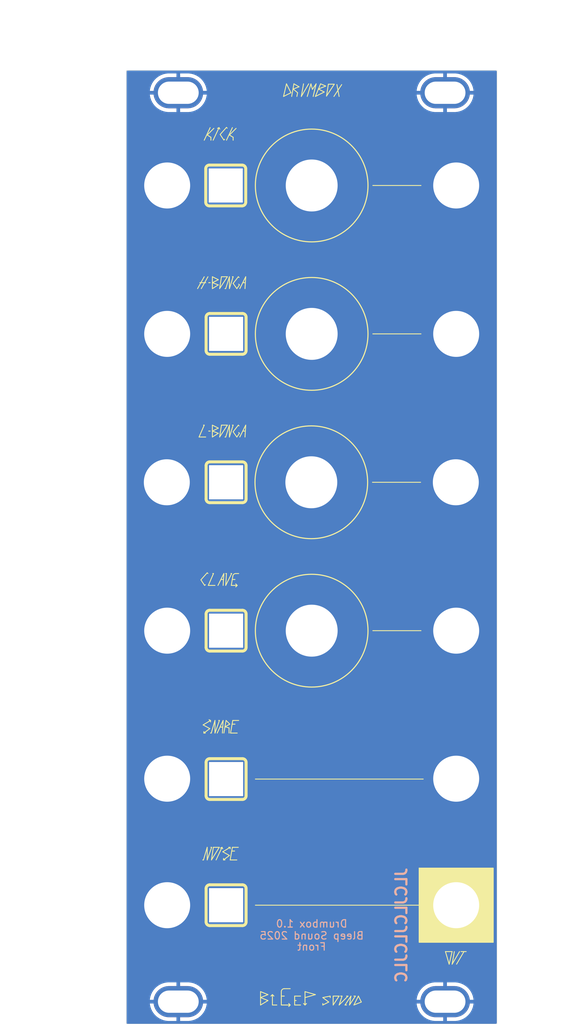
<source format=kicad_pcb>
(kicad_pcb (version 20240108) (generator "pcbnew") (generator_version "8.0")
  (layers (0 "F.Cu" signal) (31 "B.Cu" signal) (34 "B.Paste" user) (35 "F.Paste" user) (36 "B.SilkS" user "B.Silkscreen") (37 "F.SilkS" user "F.Silkscreen") (38 "B.Mask" user) (39 "F.Mask" user) (44 "Edge.Cuts" user))
  (net 0 "")
  (net 1 "GND")
  (footprint "Kicad-perso:Doepfer Mounting hole" (layer "F.Cu") (at 177.4 27.8)
    (property "Reference" "H3" (hide yes))
    (property "Value" "MountingHole_Pad")
    (pad "1" thru_hole oval (at 0 0) (size 6.7 4.2) (drill oval 5.5 3) (layers "*.Cu" "*.Mask") (net 1 "GND"))
  )
  (footprint "Kicad-perso:Doepfer Mounting hole" (layer "F.Cu") (at 213.4 27.8)
    (property "Reference" "H4" (hide yes))
    (property "Value" "MountingHole_Pad")
    (pad "1" thru_hole oval (at 0 0) (size 6.7 4.2) (drill oval 5.5 3) (layers "*.Cu" "*.Mask") (net 1 "GND"))
  )
  (footprint "Kicad-perso:Doepfer Mounting hole" (layer "F.Cu") (at 177.4 150.3)
    (property "Reference" "H5" (hide yes))
    (property "Value" "MountingHole_Pad")
    (pad "1" thru_hole oval (at 0 0) (size 6.7 4.2) (drill oval 5.5 3) (layers "*.Cu" "*.Mask") (net 1 "GND"))
  )
  (footprint "Kicad-perso:Doepfer Mounting hole" (layer "F.Cu") (at 213.4 150.3)
    (property "Reference" "H6" (hide yes))
    (property "Value" "MountingHole_Pad")
    (pad "1" thru_hole oval (at 0 0) (size 6.7 4.2) (drill oval 5.5 3) (layers "*.Cu" "*.Mask") (net 1 "GND"))
  )
  (gr_line (start 181.5 73.4) (end 181.7 73.4) (stroke (width 0.12)) (layer "F.SilkS"))
  (gr_line (start 180.2 74.2) (end 181.1 74.2) (stroke (width 0.12)) (layer "F.SilkS"))
  (gr_line (start 184.55 94.2) (end 185.25 94.2) (stroke (width 0.12)) (layer "F.SilkS"))
  (gr_arc (start 181.65 103.05) (mid 181.296447 102.903553) (end 181.15 102.55) (stroke (width 0.4)) (layer "F.SilkS"))
  (gr_line (start 183.9 32.475) (end 184 32.575) (stroke (width 0.12)) (layer "F.SilkS"))
  (gr_line (start 182 72.6) (end 182 74.2) (stroke (width 0.12)) (layer "F.SilkS"))
  (gr_line (start 181.3 33.5) (end 182.2 32.6) (stroke (width 0.12)) (layer "F.SilkS"))
  (gr_arc (start 181.65 83.05) (mid 181.296447 82.903553) (end 181.15 82.55) (stroke (width 0.4)) (layer "F.SilkS"))
  (gr_line (start 183.85 112.4) (end 183.55 114.1) (stroke (width 0.12)) (layer "F.SilkS"))
  (gr_line (start 196.6 26.6) (end 195.9 28.3) (stroke (width 0.12)) (layer "F.SilkS"))
  (gr_line (start 181.65 97.55) (end 186.05 97.55) (stroke (width 0.4)) (layer "F.SilkS"))
  (gr_line (start 185.5 52.6) (end 185.6 52.7) (stroke (width 0.12)) (layer "F.SilkS"))
  (gr_line (start 182.925 129.5) (end 181.875 131.2) (stroke (width 0.12)) (layer "F.SilkS"))
  (gr_arc (start 181.15 78.05) (mid 181.296447 77.696447) (end 181.65 77.55) (stroke (width 0.4)) (layer "F.SilkS"))
  (gr_line (start 197.4 28.25) (end 197.65 26.65) (stroke (width 0.12)) (layer "F.SilkS"))
  (gr_arc (start 181.65 63.05) (mid 181.296447 62.903553) (end 181.15 62.55) (stroke (width 0.4)) (layer "F.SilkS"))
  (gr_line (start 181.3 129.5) (end 181.3 131.2) (stroke (width 0.12)) (layer "F.SilkS"))
  (gr_line (start 192.9 27.3) (end 193.5 27.8) (stroke (width 0.12)) (layer "F.SilkS"))
  (gr_arc (start 186.55 62.55) (mid 186.403553 62.903553) (end 186.05 63.05) (stroke (width 0.4)) (layer "F.SilkS"))
  (gr_line (start 188.500001 148.95) (end 188.500001 150.75) (stroke (width 0.12)) (layer "F.SilkS"))
  (gr_line (start 186.55 78.05) (end 186.55 82.55) (stroke (width 0.4)) (layer "F.SilkS"))
  (gr_line (start 184.8 72.6) (end 184.3 74.2) (stroke (width 0.12)) (layer "F.SilkS"))
  (gr_line (start 194.3 26.6) (end 194 28.3) (stroke (width 0.12)) (layer "F.SilkS"))
  (gr_line (start 194.500001 148.95) (end 194.500001 150.75) (stroke (width 0.12)) (layer "F.SilkS"))
  (gr_line (start 184.6 130) (end 185 130) (stroke (width 0.12)) (layer "F.SilkS"))
  (gr_line (start 186.55 135.05) (end 186.55 139.55) (stroke (width 0.4)) (layer "F.SilkS"))
  (gr_line (start 181.45 94.2) (end 182.35 94.2) (stroke (width 0.12)) (layer "F.SilkS"))
  (gr_line (start 184.8 52.6) (end 184.7 52.6) (stroke (width 0.12)) (layer "F.SilkS"))
  (gr_line (start 181.9 129.5) (end 181.3 131.2) (stroke (width 0.12)) (layer "F.SilkS"))
  (gr_line (start 183.225 52.6) (end 184.025 52.6) (stroke (width 0.12)) (layer "F.SilkS"))
  (gr_line (start 182.8 73) (end 182 72.6) (stroke (width 0.12)) (layer "F.SilkS"))
  (gr_arc (start 186.55 139.55) (mid 186.403553 139.903553) (end 186.05 140.05) (stroke (width 0.4)) (layer "F.SilkS"))
  (gr_line (start 180.85 114.1) (end 181.05 114.1) (stroke (width 0.12)) (layer "F.SilkS"))
  (gr_line (start 182.9 32.5) (end 183 32.7) (stroke (width 0.12)) (layer "F.SilkS"))
  (gr_line (start 180.8 131.2) (end 180.7 131.2) (stroke (width 0.12)) (layer "F.SilkS"))
  (gr_line (start 183.45 112.4) (end 182.65 114.1) (stroke (width 0.12)) (layer "F.SilkS"))
  (gr_line (start 184.4 131.2) (end 184.7 129.5) (stroke (width 0.12)) (layer "F.SilkS"))
  (gr_line (start 201.700001 149.55) (end 202.100001 150.35) (stroke (width 0.12)) (layer "F.SilkS"))
  (gr_line (start 193.7 27) (end 192.9 27.3) (stroke (width 0.12)) (layer "F.SilkS"))
  (gr_arc (start 186.5 42.55) (mid 186.353553 42.903553) (end 186 43.05) (stroke (width 0.4)) (layer "F.SilkS"))
  (gr_arc (start 186.55 122.55) (mid 186.403553 122.903553) (end 186.05 123.05) (stroke (width 0.4)) (layer "F.SilkS"))
  (gr_line (start 182 54.2) (end 182.8 53.7) (stroke (width 0.12)) (layer "F.SilkS"))
  (gr_arc (start 186.55 102.55) (mid 186.403553 102.903553) (end 186.05 103.05) (stroke (width 0.4)) (layer "F.SilkS"))
  (gr_circle (center 195.4 40.3) (end 203 40.3) (stroke (width 0.15)) (fill none) (layer "F.SilkS"))
  (gr_line (start 196.3 27.3) (end 197.3 26.9) (stroke (width 0.12)) (layer "F.SilkS"))
  (gr_line (start 181.65 57.55) (end 186.05 57.55) (stroke (width 0.4)) (layer "F.SilkS"))
  (gr_line (start 184.8 52.6) (end 184.3 54.2) (stroke (width 0.12)) (layer "F.SilkS"))
  (gr_line (start 199.500001 149.55) (end 199.100001 150.75) (stroke (width 0.12)) (layer "F.SilkS"))
  (gr_arc (start 181.15 98.05) (mid 181.296447 97.696447) (end 181.65 97.55) (stroke (width 0.4)) (layer "F.SilkS"))
  (gr_line (start 198.8 26.7) (end 199.1 28.3) (stroke (width 0.12)) (layer "F.SilkS"))
  (gr_line (start 196 26.6) (end 195.6 28.3) (stroke (width 0.12)) (layer "F.SilkS"))
  (gr_line (start 183.7 113.25) (end 184.25 113.4) (stroke (width 0.12)) (layer "F.SilkS"))
  (gr_line (start 184.75 93.4) (end 185.05 93.4) (stroke (width 0.12)) (layer "F.SilkS"))
  (gr_line (start 194.300001 150.55) (end 194.500001 150.75) (stroke (width 0.12)) (layer "F.SilkS"))
  (gr_arc (start 181.6 43.05) (mid 181.246447 42.903553) (end 181.1 42.55) (stroke (width 0.4)) (layer "F.SilkS"))
  (gr_line (start 201.300001 149.55) (end 201.100001 149.55) (stroke (width 0.12)) (layer "F.SilkS"))
  (gr_arc (start 186.05 57.55) (mid 186.403553 57.696447) (end 186.55 58.05) (stroke (width 0.4)) (layer "F.SilkS"))
  (gr_line (start 199.500001 149.55) (end 199.300001 149.55) (stroke (width 0.12)) (layer "F.SilkS"))
  (gr_line (start 180.3 53.4) (end 181.1 53.4) (stroke (width 0.12)) (layer "F.SilkS"))
  (gr_line (start 213.95 145.25) (end 213.45 143.55) (stroke (width 0.12)) (layer "F.SilkS"))
  (gr_arc (start 186.05 97.55) (mid 186.403553 97.696447) (end 186.55 98.05) (stroke (width 0.4)) (layer "F.SilkS"))
  (gr_line (start 183.9 34.2) (end 184.7 32.5) (stroke (width 0.12)) (layer "F.SilkS"))
  (gr_line (start 181.8 33.8) (end 181.8 34.2) (stroke (width 0.12)) (layer "F.SilkS"))
  (gr_line (start 185.55 53.6) (end 185.65 53.7) (stroke (width 0.12)) (layer "F.SilkS"))
  (gr_line (start 196.900001 149.75) (end 197.700001 150.35) (stroke (width 0.12)) (layer "F.SilkS"))
  (gr_line (start 184.6 92.6) (end 184.5 92.6) (stroke (width 0.12)) (layer "F.SilkS"))
  (gr_line (start 181.3 92.5) (end 181.4 92.6) (stroke (width 0.12)) (layer "F.SilkS"))
  (gr_arc (start 191.300001 148.95) (mid 191.417158 148.667158) (end 191.700001 148.55) (stroke (width 0.12)) (layer "F.SilkS"))
  (gr_line (start 186.4 53.4) (end 186.1 53.4) (stroke (width 0.12)) (layer "F.SilkS"))
  (gr_line (start 197.900001 149.55) (end 196.900001 149.75) (stroke (width 0.12)) (layer "F.SilkS"))
  (gr_line (start 183.9 92.6) (end 183.8 94.2) (stroke (width 0.12)) (layer "F.SilkS"))
  (gr_line (start 185.5 72.6) (end 185.6 72.7) (stroke (width 0.12)) (layer "F.SilkS"))
  (gr_line (start 183.9 92.6) (end 183.8 92.6) (stroke (width 0.12)) (layer "F.SilkS"))
  (gr_line (start 186.5 72.6) (end 185.7 74.2) (stroke (width 0.12)) (layer "F.SilkS"))
  (gr_line (start 214.65 143.55) (end 214.35 145.25) (stroke (width 0.12)) (layer "F.SilkS"))
  (gr_line (start 186.55 118.05) (end 186.55 122.55) (stroke (width 0.4)) (layer "F.SilkS"))
  (gr_line (start 184.4 129.5) (end 183.4 130.1) (stroke (width 0.12)) (layer "F.SilkS"))
  (gr_line (start 214.35 145.25) (end 215.35 143.55) (stroke (width 0.12)) (layer "F.SilkS"))
  (gr_line (start 181.65 113.5) (end 180.85 114.1) (stroke (width 0.12)) (layer "F.SilkS"))
  (gr_line (start 184.75 112.4) (end 185.55 112.4) (stroke (width 0.12)) (layer "F.SilkS"))
  (gr_line (start 185.5 72.6) (end 184.8 73.5) (stroke (width 0.12)) (layer "F.SilkS"))
  (gr_line (start 182.1 34.2) (end 182.9 32.5) (stroke (width 0.12)) (layer "F.SilkS"))
  (gr_line (start 185.35 94.2) (end 185.15 94.4) (stroke (width 0.12)) (layer "F.SilkS"))
  (gr_line (start 186.5 72.6) (end 186.4 74.2) (stroke (width 0.12)) (layer "F.SilkS"))
  (gr_line (start 184.8 72.6) (end 184.7 72.6) (stroke (width 0.12)) (layer "F.SilkS"))
  (gr_line (start 184.25 113.4) (end 184.25 114.1) (stroke (width 0.12)) (layer "F.SilkS"))
  (gr_line (start 181.75 112.4) (end 181.75 112.6) (stroke (width 0.12)) (layer "F.SilkS"))
  (gr_line (start 182.35 112.4) (end 182.35 114.1) (stroke (width 0.12)) (layer "F.SilkS"))
  (gr_line (start 182.8 53.7) (end 182 53.4) (stroke (width 0.12)) (layer "F.SilkS"))
  (gr_line (start 184.3 130.6) (end 183.5 131.2) (stroke (width 0.12)) (layer "F.SilkS"))
  (gr_line (start 182 73.4) (end 182.8 73) (stroke (width 0.12)) (layer "F.SilkS"))
  (gr_line (start 192.500001 150.75) (end 192.300001 150.55) (stroke (width 0.12)) (layer "F.SilkS"))
  (gr_line (start 183.3 129.5) (end 183.1 129.6) (stroke (width 0.12)) (layer "F.SilkS"))
  (gr_line (start 184.35 112.9) (end 183.7 113.25) (stroke (width 0.12)) (layer "F.SilkS"))
  (gr_line (start 182.35 112.4) (end 181.85 114.1) (stroke (width 0.12)) (layer "F.SilkS"))
  (gr_line (start 190.100001 150.75) (end 190.700001 150.75) (stroke (width 0.12)) (layer "F.SilkS"))
  (gr_line (start 184.65 112.9) (end 185.05 112.9) (stroke (width 0.12)) (layer "F.SilkS"))
  (gr_line (start 199.900001 150.75) (end 200.100001 150.75) (stroke (width 0.12)) (layer "F.SilkS"))
  (gr_line (start 181.75 112.4) (end 180.75 113) (stroke (width 0.12)) (layer "F.SilkS"))
  (gr_line (start 189.500001 150.15) (end 188.500001 149.75) (stroke (width 0.12)) (layer "F.SilkS"))
  (gr_line (start 184.4 131.2) (end 185.3 131.2) (stroke (width 0.12)) (layer "F.SilkS"))
  (gr_line (start 199.45 26.7) (end 198.4 28.3) (stroke (width 0.12)) (layer "F.SilkS"))
  (gr_line (start 182.95 112.4) (end 182.35 114.1) (stroke (width 0.12)) (layer "F.SilkS"))
  (gr_line (start 183.4 130.1) (end 184.3 130.6) (stroke (width 0.12)) (layer "F.SilkS"))
  (gr_line (start 191.300001 149.55) (end 191.700001 149.55) (stroke (width 0.12)) (layer "F.SilkS"))
  (gr_line (start 183.45 112.4) (end 183.35 114.1) (stroke (width 0.12)) (layer "F.SilkS"))
  (gr_line (start 181.15 58.05) (end 181.15 62.55) (stroke (width 0.4)) (layer "F.SilkS"))
  (gr_arc (start 186.05 134.55) (mid 186.403553 134.696447) (end 186.55 135.05) (stroke (width 0.4)) (layer "F.SilkS"))
  (gr_line (start 181.15 98.05) (end 181.15 102.55) (stroke (width 0.4)) (layer "F.SilkS"))
  (gr_line (start 192.6 27.8) (end 192 26.6) (stroke (width 0.12)) (layer "F.SilkS"))
  (gr_line (start 186.4 73.4) (end 186.1 73.4) (stroke (width 0.12)) (layer "F.SilkS"))
  (gr_line (start 190.100001 149.35) (end 189.900001 149.55) (stroke (width 0.12)) (layer "F.SilkS"))
  (gr_line (start 199.100001 149.55) (end 198.300001 149.55) (stroke (width 0.12)) (layer "F.SilkS"))
  (gr_line (start 184.45 114.1) (end 185.35 114.1) (stroke (width 0.12)) (layer "F.SilkS"))
  (gr_line (start 181.875 131.2) (end 182.125 129.5) (stroke (width 0.12)) (layer "F.SilkS"))
  (gr_line (start 184.7 129.5) (end 185.5 129.5) (stroke (width 0.12)) (layer "F.SilkS"))
  (gr_line (start 182.15 92.6) (end 181.45 94.2) (stroke (width 0.12)) (layer "F.SilkS"))
  (gr_line (start 191.300001 150.75) (end 192.500001 150.75) (stroke (width 0.12)) (layer "F.SilkS"))
  (gr_line (start 198.300001 149.55) (end 198.300001 150.75) (stroke (width 0.12)) (layer "F.SilkS"))
  (gr_arc (start 181.65 123.05) (mid 181.296447 122.903553) (end 181.15 122.55) (stroke (width 0.4)) (layer "F.SilkS"))
  (gr_line (start 193.100001 150.75) (end 193.900001 150.75) (stroke (width 0.12)) (layer "F.SilkS"))
  (gr_line (start 181.85 114.1) (end 181.75 114.1) (stroke (width 0.12)) (layer "F.SilkS"))
  (gr_line (start 192.500001 150.75) (end 192.300001 150.95) (stroke (width 0.12)) (layer "F.SilkS"))
  (gr_line (start 195.900001 149.35) (end 194.500001 149.75) (stroke (width 0.12)) (layer "F.SilkS"))
  (gr_line (start 181.65 117.55) (end 186.05 117.55) (stroke (width 0.4)) (layer "F.SilkS"))
  (gr_line (start 185.5 52.6) (end 184.8 53.5) (stroke (width 0.12)) (layer "F.SilkS"))
  (gr_line (start 184.8 53.5) (end 185.3 54.2) (stroke (width 0.12)) (layer "F.SilkS"))
  (gr_line (start 210.2 137.3) (end 187.8 137.3) (stroke (width 0.12)) (layer "F.SilkS"))
  (gr_line (start 182 52.6) (end 182 54.2) (stroke (width 0.12)) (layer "F.SilkS"))
  (gr_line (start 184.025 72.6) (end 182.975 74.2) (stroke (width 0.12)) (layer "F.SilkS"))
  (gr_line (start 199.100001 150.75) (end 200.300001 149.55) (stroke (width 0.12)) (layer "F.SilkS"))
  (gr_line (start 180.9 52.6) (end 180 54.2) (stroke (width 0.12)) (layer "F.SilkS"))
  (gr_line (start 183.45 93.4) (end 183.15 93.4) (stroke (width 0.12)) (layer "F.SilkS"))
  (gr_line (start 213.45 143.55) (end 214.35 143.55) (stroke (width 0.12)) (layer "F.SilkS"))
  (gr_line (start 181.15 135.05) (end 181.15 139.55) (stroke (width 0.4)) (layer "F.SilkS"))
  (gr_line (start 182.125 129.5) (end 182.925 129.5) (stroke (width 0.12)) (layer "F.SilkS"))
  (gr_line (start 196.900001 150.75) (end 196.900001 150.55) (stroke (width 0.12)) (layer "F.SilkS"))
  (gr_line (start 200.700001 149.55) (end 199.900001 150.75) (stroke (width 0.12)) (layer "F.SilkS"))
  (gr_line (start 181.15 78.05) (end 181.15 82.55) (stroke (width 0.4)) (layer "F.SilkS"))
  (gr_line (start 198.300001 150.75) (end 199.100001 149.55) (stroke (width 0.12)) (layer "F.SilkS"))
  (gr_line (start 194 28.3) (end 195 26.6) (stroke (width 0.12)) (layer "F.SilkS"))
  (gr_line (start 193.100001 149.55) (end 193.100001 150.75) (stroke (width 0.12)) (layer "F.SilkS"))
  (gr_line (start 195.5 27.35) (end 195.3 26.6) (stroke (width 0.12)) (layer "F.SilkS"))
  (gr_line (start 189.500001 149.35) (end 188.500001 148.95) (stroke (width 0.12)) (layer "F.SilkS"))
  (gr_line (start 182.9 32.5) (end 182.7 32.6) (stroke (width 0.12)) (layer "F.SilkS"))
  (gr_line (start 180.45 93.45) (end 180.95 94.2) (stroke (width 0.12)) (layer "F.SilkS"))
  (gr_arc (start 181.15 58.05) (mid 181.296447 57.696447) (end 181.65 57.55) (stroke (width 0.4)) (layer "F.SilkS"))
  (gr_line (start 183.55 34.175) (end 183.65 34.075) (stroke (width 0.12)) (layer "F.SilkS"))
  (gr_line (start 181.3 92.5) (end 180.45 93.45) (stroke (width 0.12)) (layer "F.SilkS"))
  (gr_line (start 186.5 38.05) (end 186.5 42.55) (stroke (width 0.4)) (layer "F.SilkS"))
  (gr_line (start 183.225 72.6) (end 184.025 72.6) (stroke (width 0.12)) (layer "F.SilkS"))
  (gr_line (start 183.5 131.2) (end 183.7 131.2) (stroke (width 0.12)) (layer "F.SilkS"))
  (gr_line (start 186.05 83.05) (end 181.65 83.05) (stroke (width 0.4)) (layer "F.SilkS"))
  (gr_line (start 191.700001 148.55) (end 192.500001 148.55) (stroke (width 0.12)) (layer "F.SilkS"))
  (gr_line (start 193.100001 149.55) (end 193.900001 149.55) (stroke (width 0.12)) (layer "F.SilkS"))
  (gr_line (start 183.8 54.2) (end 183.7 54.2) (stroke (width 0.12)) (layer "F.SilkS"))
  (gr_line (start 184.8 73.5) (end 185.3 74.2) (stroke (width 0.12)) (layer "F.SilkS"))
  (gr_line (start 184.4 129.5) (end 184.2 129.5) (stroke (width 0.12)) (layer "F.SilkS"))
  (gr_line (start 181.75 112.4) (end 181.55 112.3) (stroke (width 0.12)) (layer "F.SilkS"))
  (gr_line (start 184.4 129.5) (end 184.4 129.7) (stroke (width 0.12)) (layer "F.SilkS"))
  (gr_line (start 200.700001 149.55) (end 200.500001 150.75) (stroke (width 0.12)) (layer "F.SilkS"))
  (gr_line (start 197.65 26.65) (end 198.45 26.65) (stroke (width 0.12)) (layer "F.SilkS"))
  (gr_line (start 184.3 52.6) (end 184.3 54.2) (stroke (width 0.12)) (layer "F.SilkS"))
  (gr_arc (start 181.1 38.05) (mid 181.246447 37.696447) (end 181.6 37.55) (stroke (width 0.4)) (layer "F.SilkS"))
  (gr_arc (start 186.05 77.55) (mid 186.403553 77.696447) (end 186.55 78.05) (stroke (width 0.4)) (layer "F.SilkS"))
  (gr_line (start 194.500001 148.95) (end 195.900001 149.35) (stroke (width 0.12)) (layer "F.SilkS"))
  (gr_line (start 184.3 72.6) (end 183.8 74.2) (stroke (width 0.12)) (layer "F.SilkS"))
  (gr_line (start 185.55 73.6) (end 185.65 73.7) (stroke (width 0.12)) (layer "F.SilkS"))
  (gr_line (start 185.15 92.6) (end 185.55 92.6) (stroke (width 0.12)) (layer "F.SilkS"))
  (gr_line (start 182.5 131.2) (end 183.3 129.5) (stroke (width 0.12)) (layer "F.SilkS"))
  (gr_arc (start 186.05 117.55) (mid 186.403553 117.696447) (end 186.55 118.05) (stroke (width 0.4)) (layer "F.SilkS"))
  (gr_line (start 198.45 26.65) (end 197.4 28.25) (stroke (width 0.12)) (layer "F.SilkS"))
  (gr_line (start 185.3 54.2) (end 185.65 53.7) (stroke (width 0.12)) (layer "F.SilkS"))
  (gr_line (start 182.8 53) (end 182 52.6) (stroke (width 0.12)) (layer "F.SilkS"))
  (gr_circle (center 195.4 100.3) (end 203 100.3) (stroke (width 0.15)) (fill none) (layer "F.SilkS"))
  (gr_line (start 185.3 74.2) (end 185.65 73.7) (stroke (width 0.12)) (layer "F.SilkS"))
  (gr_line (start 184.8 33.8) (end 184.8 34.2) (stroke (width 0.12)) (layer "F.SilkS"))
  (gr_line (start 194.500001 150.75) (end 194.500001 150.55) (stroke (width 0.12)) (layer "F.SilkS"))
  (gr_line (start 184.3 33.5) (end 185.2 32.6) (stroke (width 0.12)) (layer "F.SilkS"))
  (gr_circle (center 195.399999 60.3) (end 202.999999 60.3) (stroke (width 0.15)) (fill none) (layer "F.SilkS"))
  (gr_line (start 184.45 114.1) (end 184.75 112.4) (stroke (width 0.12)) (layer "F.SilkS"))
  (gr_line (start 193 26.6) (end 193.7 27) (stroke (width 0.12)) (layer "F.SilkS"))
  (gr_line (start 200.300001 149.55) (end 200.100001 149.55) (stroke (width 0.12)) (layer "F.SilkS"))
  (gr_line (start 186.05 63.05) (end 181.65 63.05) (stroke (width 0.4)) (layer "F.SilkS"))
  (gr_line (start 183.85 112.4) (end 184.35 112.9) (stroke (width 0.12)) (layer "F.SilkS"))
  (gr_line (start 183.5 131.2) (end 183.5 131) (stroke (width 0.12)) (layer "F.SilkS"))
  (gr_line (start 193 26.6) (end 192.7 28.3) (stroke (width 0.12)) (layer "F.SilkS"))
  (gr_line (start 210.15 100.3) (end 203.65 100.3) (stroke (width 0.12)) (layer "F.SilkS"))
  (gr_line (start 193.5 27.8) (end 193.4 28.3) (stroke (width 0.12)) (layer "F.SilkS"))
  (gr_line (start 196 26.6) (end 195.5 27.35) (stroke (width 0.12)) (layer "F.SilkS"))
  (gr_line (start 186 43.05) (end 181.6 43.05) (stroke (width 0.4)) (layer "F.SilkS"))
  (gr_line (start 182.975 54.2) (end 183.225 52.6) (stroke (width 0.12)) (layer "F.SilkS"))
  (gr_line (start 191.6 28.3) (end 192.6 27.8) (stroke (width 0.12)) (layer "F.SilkS"))
  (gr_line (start 182 74.2) (end 182.8 73.7) (stroke (width 0.12)) (layer "F.SilkS"))
  (gr_rect (start 209.9 132.3) (end 219.9 142.3) (stroke (width 0.12)) (fill solid) (layer "F.SilkS"))
  (gr_line (start 181.1 38.05) (end 181.1 42.55) (stroke (width 0.4)) (layer "F.SilkS"))
  (gr_line (start 182.8 73.7) (end 182 73.4) (stroke (width 0.12)) (layer "F.SilkS"))
  (gr_arc (start 181.15 118.05) (mid 181.296447 117.696447) (end 181.65 117.55) (stroke (width 0.4)) (layer "F.SilkS"))
  (gr_arc (start 181.15 135.05) (mid 181.296447 134.696447) (end 181.65 134.55) (stroke (width 0.4)) (layer "F.SilkS"))
  (gr_line (start 180.9 72.6) (end 180.2 74.2) (stroke (width 0.12)) (layer "F.SilkS"))
  (gr_line (start 183.8 74.2) (end 183.7 74.2) (stroke (width 0.12)) (layer "F.SilkS"))
  (gr_line (start 186.05 123.05) (end 181.65 123.05) (stroke (width 0.4)) (layer "F.SilkS"))
  (gr_line (start 184.3 72.6) (end 184.3 74.2) (stroke (width 0.12)) (layer "F.SilkS"))
  (gr_arc (start 181.65 140.05) (mid 181.296447 139.903553) (end 181.15 139.55) (stroke (width 0.4)) (layer "F.SilkS"))
  (gr_line (start 210.15 40.3) (end 203.65 40.3) (stroke (width 0.12)) (layer "F.SilkS"))
  (gr_arc (start 186.55 82.55) (mid 186.403553 82.903553) (end 186.05 83.05) (stroke (width 0.4)) (layer "F.SilkS"))
  (gr_line (start 183.05 33.425) (end 183.55 34.175) (stroke (width 0.12)) (layer "F.SilkS"))
  (gr_arc (start 186 37.55) (mid 186.353553 37.696447) (end 186.5 38.05) (stroke (width 0.4)) (layer "F.SilkS"))
  (gr_line (start 180.75 113) (end 181.65 113.5) (stroke (width 0.12)) (layer "F.SilkS"))
  (gr_arc (start 184.75 93) (mid 184.867157 92.717157) (end 185.15 92.6) (stroke (width 0.12)) (layer "F.SilkS"))
  (gr_line (start 184.025 52.6) (end 182.975 54.2) (stroke (width 0.12)) (layer "F.SilkS"))
  (gr_line (start 184.3 52.6) (end 183.8 54.2) (stroke (width 0.12)) (layer "F.SilkS"))
  (gr_line (start 183.3 129.5) (end 183.4 129.7) (stroke (width 0.12)) (layer "F.SilkS"))
  (gr_line (start 210.45 120.3) (end 187.8 120.3) (stroke (width 0.12)) (layer "F.SilkS"))
  (gr_line (start 194.500001 150.75) (end 194.700001 150.55) (stroke (width 0.12)) (layer "F.SilkS"))
  (gr_line (start 186.55 98.05) (end 186.55 102.55) (stroke (width 0.4)) (layer "F.SilkS"))
  (gr_line (start 184.6 92.6) (end 183.8 94.2) (stroke (width 0.12)) (layer "F.SilkS"))
  (gr_line (start 183.35 113.3) (end 183.05 113.3) (stroke (width 0.12)) (layer "F.SilkS"))
  (gr_line (start 190.100001 149.35) (end 190.300001 149.55) (stroke (width 0.12)) (layer "F.SilkS"))
  (gr_circle (center 195.349999 80.3) (end 202.949999 80.3) (stroke (width 0.15)) (fill none) (layer "F.SilkS"))
  (gr_line (start 186.05 103.05) (end 181.65 103.05) (stroke (width 0.4)) (layer "F.SilkS"))
  (gr_line (start 180.9 34.2) (end 181.7 32.5) (stroke (width 0.12)) (layer "F.SilkS"))
  (gr_line (start 181.9 129.5) (end 181.8 129.5) (stroke (width 0.12)) (layer "F.SilkS"))
  (gr_line (start 182.95 112.4) (end 182.85 112.4) (stroke (width 0.12)) (layer "F.SilkS"))
  (gr_line (start 180.85 114.1) (end 180.85 113.9) (stroke (width 0.12)) (layer "F.SilkS"))
  (gr_line (start 181.6 37.55) (end 186 37.55) (stroke (width 0.4)) (layer "F.SilkS"))
  (gr_line (start 185.35 94.2) (end 185.15 94) (stroke (width 0.12)) (layer "F.SilkS"))
  (gr_line (start 188.500001 150.75) (end 189.500001 150.15) (stroke (width 0.12)) (layer "F.SilkS"))
  (gr_line (start 181.15 118.05) (end 181.15 122.55) (stroke (width 0.4)) (layer "F.SilkS"))
  (gr_line (start 186.5 52.6) (end 186.4 54.2) (stroke (width 0.12)) (layer "F.SilkS"))
  (gr_line (start 184.3 33.5) (end 184.8 33.8) (stroke (width 0.12)) (layer "F.SilkS"))
  (gr_line (start 215.95 143.55) (end 214.95 145.25) (stroke (width 0.12)) (layer "F.SilkS"))
  (gr_line (start 214.35 143.55) (end 213.95 145.25) (stroke (width 0.12)) (layer "F.SilkS"))
  (gr_line (start 197.700001 150.35) (end 196.900001 150.75) (stroke (width 0.12)) (layer "F.SilkS"))
  (gr_line (start 197.3 26.9) (end 196.6 26.6) (stroke (width 0.12)) (layer "F.SilkS"))
  (gr_line (start 183.55 92.6) (end 183.45 94.2) (stroke (width 0.12)) (layer "F.SilkS"))
  (gr_line (start 180.9 72.6) (end 180.8 72.6) (stroke (width 0.12)) (layer "F.SilkS"))
  (gr_line (start 182.15 92.6) (end 182.05 92.6) (stroke (width 0.12)) (layer "F.SilkS"))
  (gr_line (start 182 53.4) (end 182.8 53) (stroke (width 0.12)) (layer "F.SilkS"))
  (gr_line (start 181.65 134.55) (end 186.05 134.55) (stroke (width 0.4)) (layer "F.SilkS"))
  (gr_line (start 184.75 93) (end 184.55 94.2) (stroke (width 0.12)) (layer "F.SilkS"))
  (gr_line (start 193.100001 150.15) (end 193.300001 150.15) (stroke (width 0.12)) (layer "F.SilkS"))
  (gr_line (start 180.95 94.2) (end 181.05 94.1) (stroke (width 0.12)) (layer "F.SilkS"))
  (gr_line (start 215.55 143.55) (end 216.25 143.55) (stroke (width 0.12)) (layer "F.SilkS"))
  (gr_line (start 195.9 28.3) (end 197.1 27.7) (stroke (width 0.12)) (layer "F.SilkS"))
  (gr_line (start 210.149999 60.3) (end 203.649999 60.3) (stroke (width 0.12)) (layer "F.SilkS"))
  (gr_line (start 181.5 53.4) (end 181.7 53.4) (stroke (width 0.12)) (layer "F.SilkS"))
  (gr_line (start 181.3 33.5) (end 181.8 33.8) (stroke (width 0.12)) (layer "F.SilkS"))
  (gr_line (start 186.05 140.05) (end 181.65 140.05) (stroke (width 0.4)) (layer "F.SilkS"))
  (gr_line (start 192 26.6) (end 191.6 28.3) (stroke (width 0.12)) (layer "F.SilkS"))
  (gr_line (start 188.500001 149.75) (end 189.500001 149.35) (stroke (width 0.12)) (layer "F.SilkS"))
  (gr_line (start 183.55 92.6) (end 182.75 94.2) (stroke (width 0.12)) (layer "F.SilkS"))
  (gr_line (start 186.5 52.6) (end 185.7 54.2) (stroke (width 0.12)) (layer "F.SilkS"))
  (gr_line (start 195.3 26.6) (end 194.8 28.3) (stroke (width 0.12)) (layer "F.SilkS"))
  (gr_line (start 197.1 27.7) (end 196.3 27.3) (stroke (width 0.12)) (layer "F.SilkS"))
  (gr_line (start 181.4 52.6) (end 180.5 54.2) (stroke (width 0.12)) (layer "F.SilkS"))
  (gr_line (start 190.100001 149.35) (end 190.100001 150.75) (stroke (width 0.12)) (layer "F.SilkS"))
  (gr_line (start 186.55 58.05) (end 186.55 62.55) (stroke (width 0.4)) (layer "F.SilkS"))
  (gr_line (start 181.3 129.5) (end 180.8 131.2) (stroke (width 0.12)) (layer "F.SilkS"))
  (gr_line (start 201.700001 149.55) (end 201.100001 150.75) (stroke (width 0.12)) (layer "F.SilkS"))
  (gr_line (start 181.65 77.55) (end 186.05 77.55) (stroke (width 0.4)) (layer "F.SilkS"))
  (gr_line (start 197.900001 149.55) (end 197.900001 149.75) (stroke (width 0.12)) (layer "F.SilkS"))
  (gr_line (start 183.9 32.475) (end 183.05 33.425) (stroke (width 0.12)) (layer "F.SilkS"))
  (gr_line (start 200.500001 150.75) (end 201.300001 149.55) (stroke (width 0.12)) (layer "F.SilkS"))
  (gr_line (start 201.100001 150.75) (end 202.100001 150.35) (stroke (width 0.12)) (layer "F.SilkS"))
  (gr_line (start 182.975 74.2) (end 183.225 72.6) (stroke (width 0.12)) (layer "F.SilkS"))
  (gr_line (start 191.300001 148.95) (end 191.300001 150.75) (stroke (width 0.12)) (layer "F.SilkS"))
  (gr_line (start 210.099999 80.3) (end 203.599999 80.3) (stroke (width 0.12)) (layer "F.SilkS"))
  (gr_line (start 220.400001 153.3) (end 170.4 153.3) (stroke (width 0.05)) (layer "Edge.Cuts"))
  (gr_line (start 170.400001 24.8) (end 170.4 153.3) (stroke (width 0.05)) (layer "Edge.Cuts"))
  (gr_line (start 220.400001 24.8) (end 220.400001 153.3) (stroke (width 0.05)) (layer "Edge.Cuts"))
  (gr_line (start 170.400001 24.8) (end 220.400001 24.8) (stroke (width 0.05)) (layer "Edge.Cuts"))
  (gr_text "JLCJLCJLCJLC" (at 207.5 140 -270) (layer "B.SilkS") (effects (font (size 1.5 1.5) (thickness 0.3)) (justify mirror)))
  (gr_text "Drumbox 1.0\nBleep Sound 2025" (at 195.4 140.6 0) (layer "B.SilkS") (effects (font (size 1 1)) (justify mirror)))
  (gr_text "Front" (at 195.4 142.9 0) (layer "B.SilkS") (effects (font (size 1 1)) (justify mirror)))
  (via (at 175.899999 137.3) (size 8) (drill 6.2) (layers "F.Cu" "B.Cu") (net 1))
  (via (at 214.900001 100.3) (size 8) (drill 6.2) (layers "F.Cu" "B.Cu") (net 1))
  (via (at 175.899999 60.3) (size 8) (drill 6.2) (layers "F.Cu" "B.Cu") (net 1))
  (via (at 214.900001 120.25) (size 8) (drill 6.2) (layers "F.Cu" "B.Cu") (net 1))
  (via (at 175.9 120.25) (size 8) (drill 6.2) (layers "F.Cu" "B.Cu") (net 1))
  (via (at 175.9 40.3) (size 8) (drill 6.2) (layers "F.Cu" "B.Cu") (net 1))
  (via (at 195.399999 60.3) (size 8) (drill 7) (layers "F.Cu" "B.Cu") (net 1))
  (via (at 214.85 80.3) (size 8) (drill 6.2) (layers "F.Cu" "B.Cu") (net 1))
  (via (at 214.900001 40.3) (size 8) (drill 6.2) (layers "F.Cu" "B.Cu") (net 1))
  (via (at 175.9 100.3) (size 8) (drill 6.2) (layers "F.Cu" "B.Cu") (net 1))
  (via (at 214.9 60.3) (size 8) (drill 6.2) (layers "F.Cu" "B.Cu") (net 1))
  (via (at 195.349999 80.3) (size 8) (drill 7) (layers "F.Cu" "B.Cu") (net 1))
  (via (at 214.900001 137.3) (size 8) (drill 6.2) (layers "F.Cu" "B.Cu") (net 1))
  (via (at 195.4 40.3) (size 8) (drill 7) (layers "F.Cu" "B.Cu") (net 1))
  (via (at 175.849999 80.3) (size 8) (drill 6.2) (layers "F.Cu" "B.Cu") (net 1))
  (via (at 195.4 100.3) (size 8) (drill 7) (layers "F.Cu" "B.Cu") (net 1))
  (zone (net 0) (net_name "") (layers "F&B.Cu") (connect_pads (clearance 0)) (min_thickness 0.254)
    (keepout (tracks not_allowed) (vias not_allowed) (pads allowed) (copperpour not_allowed) (footprints allowed))
    (fill (thermal_gap 0.508) (thermal_bridge_width 0.508))
    (polygon (pts (xy 186.15 139.6) (xy 181.55 139.6) (xy 181.55 135) (xy 186.15 135)))
  )
  (zone (net 0) (net_name "") (layers "F&B.Cu") (connect_pads (clearance 0)) (min_thickness 0.254)
    (keepout (tracks not_allowed) (vias not_allowed) (pads allowed) (copperpour not_allowed) (footprints allowed))
    (fill (thermal_gap 0.508) (thermal_bridge_width 0.508))
    (polygon (pts (xy 186.15 62.6) (xy 181.55 62.6) (xy 181.55 58) (xy 186.15 58)))
  )
  (zone (net 0) (net_name "") (layers "F&B.Cu") (connect_pads (clearance 0)) (min_thickness 0.254)
    (keepout (tracks not_allowed) (vias not_allowed) (pads allowed) (copperpour not_allowed) (footprints allowed))
    (fill (thermal_gap 0.508) (thermal_bridge_width 0.508))
    (polygon (pts (xy 186.1 42.6) (xy 181.5 42.6) (xy 181.5 38) (xy 186.1 38)))
  )
  (zone (net 0) (net_name "") (layers "F&B.Cu") (connect_pads (clearance 0)) (min_thickness 0.254)
    (keepout (tracks not_allowed) (vias not_allowed) (pads allowed) (copperpour not_allowed) (footprints allowed))
    (fill (thermal_gap 0.508) (thermal_bridge_width 0.508))
    (polygon (pts (xy 186.15 82.6) (xy 181.55 82.6) (xy 181.55 78) (xy 186.15 78)))
  )
  (zone (net 0) (net_name "") (layers "F&B.Cu") (connect_pads (clearance 0)) (min_thickness 0.254)
    (keepout (tracks not_allowed) (vias not_allowed) (pads allowed) (copperpour not_allowed) (footprints allowed))
    (fill (thermal_gap 0.508) (thermal_bridge_width 0.508))
    (polygon (pts (xy 186.15 122.6) (xy 181.55 122.6) (xy 181.55 118) (xy 186.15 118)))
  )
  (zone (net 0) (net_name "") (layers "F&B.Cu") (connect_pads (clearance 0)) (min_thickness 0.254)
    (keepout (tracks not_allowed) (vias not_allowed) (pads allowed) (copperpour not_allowed) (footprints allowed))
    (fill (thermal_gap 0.508) (thermal_bridge_width 0.508))
    (polygon (pts (xy 186.15 102.6) (xy 181.55 102.6) (xy 181.55 98) (xy 186.15 98)))
  )
  (zone (net 1) (net_name "GND") (layer "B.Cu") (priority 1) (connect_pads (clearance 0)) (min_thickness 0.25) (fill yes (thermal_gap 0.5) (thermal_bridge_width 0.5))
    (polygon (pts (xy 220.4 153.3) (xy 170.4 153.3) (xy 170.4 24.8) (xy 220.4 24.8)))
  )
)
</source>
